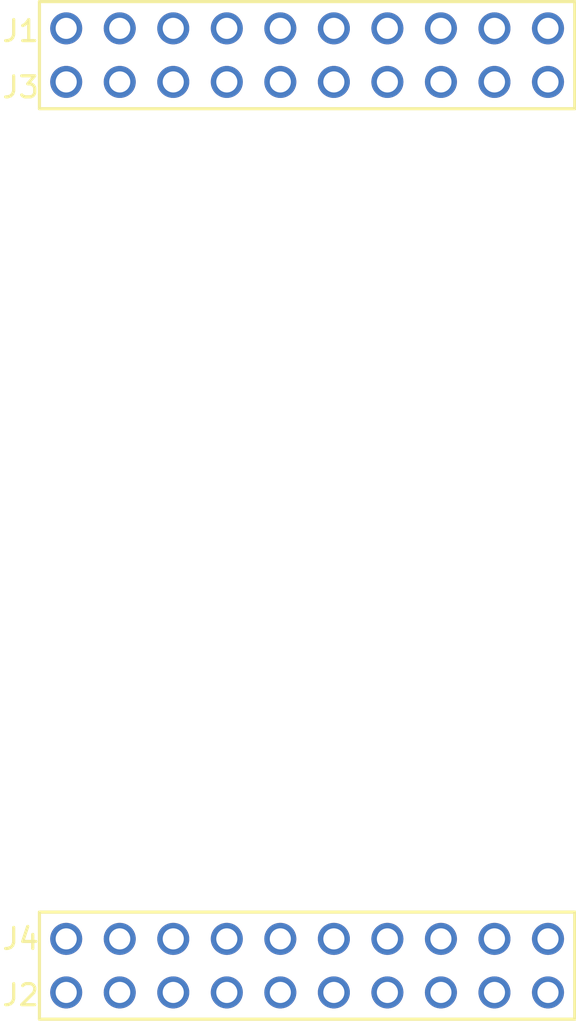
<source format=kicad_pcb>
(kicad_pcb (version 4) (host pcbnew 4.0.7)

  (general
    (links 3)
    (no_connects 3)
    (area 0 0 0 0)
    (thickness 1.6)
    (drawings 0)
    (tracks 0)
    (zones 0)
    (modules 1)
    (nets 38)
  )

  (page A4)
  (layers
    (0 F.Cu signal)
    (31 B.Cu signal)
    (32 B.Adhes user)
    (33 F.Adhes user)
    (34 B.Paste user)
    (35 F.Paste user)
    (36 B.SilkS user)
    (37 F.SilkS user)
    (38 B.Mask user)
    (39 F.Mask user)
    (40 Dwgs.User user)
    (41 Cmts.User user)
    (42 Eco1.User user)
    (43 Eco2.User user)
    (44 Edge.Cuts user)
    (45 Margin user)
    (46 B.CrtYd user)
    (47 F.CrtYd user)
    (48 B.Fab user)
    (49 F.Fab user)
  )

  (setup
    (last_trace_width 0.25)
    (trace_clearance 0.2)
    (zone_clearance 0.508)
    (zone_45_only no)
    (trace_min 0.2)
    (segment_width 0.2)
    (edge_width 0.15)
    (via_size 0.6)
    (via_drill 0.4)
    (via_min_size 0.4)
    (via_min_drill 0.3)
    (uvia_size 0.3)
    (uvia_drill 0.1)
    (uvias_allowed no)
    (uvia_min_size 0.2)
    (uvia_min_drill 0.1)
    (pcb_text_width 0.3)
    (pcb_text_size 1.5 1.5)
    (mod_edge_width 0.15)
    (mod_text_size 1 1)
    (mod_text_width 0.15)
    (pad_size 1.524 1.524)
    (pad_drill 0.762)
    (pad_to_mask_clearance 0.2)
    (aux_axis_origin 0 0)
    (visible_elements FFFFFF7F)
    (pcbplotparams
      (layerselection 0x00030_80000001)
      (usegerberextensions false)
      (excludeedgelayer true)
      (linewidth 0.100000)
      (plotframeref false)
      (viasonmask false)
      (mode 1)
      (useauxorigin false)
      (hpglpennumber 1)
      (hpglpenspeed 20)
      (hpglpendiameter 15)
      (hpglpenoverlay 2)
      (psnegative false)
      (psa4output false)
      (plotreference true)
      (plotvalue true)
      (plotinvisibletext false)
      (padsonsilk false)
      (subtractmaskfromsilk false)
      (outputformat 1)
      (mirror false)
      (drillshape 1)
      (scaleselection 1)
      (outputdirectory ""))
  )

  (net 0 "")
  (net 1 VCC)
  (net 2 "Net-(U3-PadP_55)")
  (net 3 DC_CAL)
  (net 4 "Net-(U3-PadP_16)")
  (net 5 "Net-(U3-PadA_A2)")
  (net 6 "Net-(U3-PadP_17)")
  (net 7 EN_GATE)
  (net 8 "Net-(U3-PadP_18)")
  (net 9 "Net-(U3-PadA_A1)")
  (net 10 "Net-(U3-PadRese)")
  (net 11 "Net-(U3-PadNC)")
  (net 12 NFAULT)
  (net 13 SO1)
  (net 14 "Net-(U3-PadA_B2)")
  (net 15 "Net-(U3-Pad+5V)")
  (net 16 GND)
  (net 17 "Net-(U3-PadA_A7)")
  (net 18 "Net-(U3-PadA_B1)")
  (net 19 SO2)
  (net 20 "Net-(U3-PadA_A6)")
  (net 21 "Net-(U3-PadP_28)")
  (net 22 "Net-(U3-PadP_29)")
  (net 23 "Net-(U3-PadP_12)")
  (net 24 "Net-(U3-PadA_B6)")
  (net 25 "Net-(U3-PadP_22)")
  (net 26 NOCTW)
  (net 27 INH_A)
  (net 28 INL_A)
  (net 29 "Net-(U3-PadP_2)")
  (net 30 INL_B)
  (net 31 INH_C)
  (net 32 INL_C)
  (net 33 DE)
  (net 34 "Net-(U3-PadDAC1)")
  (net 35 PWM_IN)
  (net 36 "Net-(U3-PadP_19)")
  (net 37 "Net-(U3-PadP_44)")

  (net_class Default "This is the default net class."
    (clearance 0.2)
    (trace_width 0.25)
    (via_dia 0.6)
    (via_drill 0.4)
    (uvia_dia 0.3)
    (uvia_drill 0.1)
    (add_net DC_CAL)
    (add_net DE)
    (add_net EN_GATE)
    (add_net GND)
    (add_net INH_A)
    (add_net INH_C)
    (add_net INL_A)
    (add_net INL_B)
    (add_net INL_C)
    (add_net NFAULT)
    (add_net NOCTW)
    (add_net "Net-(U3-Pad+5V)")
    (add_net "Net-(U3-PadA_A1)")
    (add_net "Net-(U3-PadA_A2)")
    (add_net "Net-(U3-PadA_A6)")
    (add_net "Net-(U3-PadA_A7)")
    (add_net "Net-(U3-PadA_B1)")
    (add_net "Net-(U3-PadA_B2)")
    (add_net "Net-(U3-PadA_B6)")
    (add_net "Net-(U3-PadDAC1)")
    (add_net "Net-(U3-PadNC)")
    (add_net "Net-(U3-PadP_12)")
    (add_net "Net-(U3-PadP_16)")
    (add_net "Net-(U3-PadP_17)")
    (add_net "Net-(U3-PadP_18)")
    (add_net "Net-(U3-PadP_19)")
    (add_net "Net-(U3-PadP_2)")
    (add_net "Net-(U3-PadP_22)")
    (add_net "Net-(U3-PadP_28)")
    (add_net "Net-(U3-PadP_29)")
    (add_net "Net-(U3-PadP_44)")
    (add_net "Net-(U3-PadP_55)")
    (add_net "Net-(U3-PadRese)")
    (add_net PWM_IN)
    (add_net SO1)
    (add_net SO2)
    (add_net VCC)
  )

  (module MRDT_Shields:LAUNCHXL-F28069M_Launchpad_Programmer_Side (layer F.Cu) (tedit 5A9C80CB) (tstamp 5AA58174)
    (at 148.5011 105.0036)
    (path /5AA590A4)
    (fp_text reference U3 (at 2.54 -41.91) (layer F.SilkS) hide
      (effects (font (size 1 1) (thickness 0.15)))
    )
    (fp_text value LAUNCHXL-F28069M_Launchpad_J1 (at 12.7 -49.276) (layer F.Fab) hide
      (effects (font (size 1 1) (thickness 0.15)))
    )
    (fp_text user J4 (at -0.889 -3.81) (layer F.SilkS)
      (effects (font (size 1 1) (thickness 0.15)))
    )
    (fp_text user J2 (at -0.889 -1.143) (layer F.SilkS)
      (effects (font (size 1 1) (thickness 0.15)))
    )
    (fp_text user J3 (at -0.889 -44.196) (layer F.SilkS)
      (effects (font (size 1 1) (thickness 0.15)))
    )
    (fp_text user J1 (at -0.889 -46.863) (layer F.SilkS)
      (effects (font (size 1 1) (thickness 0.15)))
    )
    (fp_line (start 0 -43.18) (end 25.4 -43.18) (layer F.SilkS) (width 0.15))
    (fp_line (start 25.4 -5.08) (end 0 -5.08) (layer F.SilkS) (width 0.15))
    (fp_line (start 0 -48.26) (end 0 -43.18) (layer F.SilkS) (width 0.15))
    (fp_line (start 25.4 -43.18) (end 25.4 -48.26) (layer F.SilkS) (width 0.15))
    (fp_line (start 25.4 -48.26) (end 0 -48.26) (layer F.SilkS) (width 0.15))
    (fp_line (start 0 -5.08) (end 0 0) (layer F.SilkS) (width 0.15))
    (fp_line (start 0 0) (end 25.4 0) (layer F.SilkS) (width 0.15))
    (fp_line (start 25.4 0) (end 25.4 -5.08) (layer F.SilkS) (width 0.15))
    (pad +3V3 thru_hole circle (at 24.13 -46.99) (size 1.52 1.52) (drill 1) (layers *.Cu *.Mask F.Paste)
      (net 1 VCC))
    (pad P_55 thru_hole circle (at 1.27 -1.27) (size 1.52 1.52) (drill 1) (layers *.Cu *.Mask F.Paste)
      (net 2 "Net-(U3-PadP_55)"))
    (pad P_51 thru_hole circle (at 3.81 -1.27) (size 1.52 1.52) (drill 1) (layers *.Cu *.Mask F.Paste)
      (net 3 DC_CAL))
    (pad P_16 thru_hole circle (at 11.43 -1.27) (size 1.52 1.52) (drill 1) (layers *.Cu *.Mask F.Paste)
      (net 4 "Net-(U3-PadP_16)"))
    (pad A_A2 thru_hole circle (at 13.97 -44.45) (size 1.52 1.52) (drill 1) (layers *.Cu *.Mask F.Paste)
      (net 5 "Net-(U3-PadA_A2)"))
    (pad P_17 thru_hole circle (at 8.89 -1.27) (size 1.52 1.52) (drill 1) (layers *.Cu *.Mask F.Paste)
      (net 6 "Net-(U3-PadP_17)"))
    (pad P_50 thru_hole circle (at 6.35 -1.27) (size 1.52 1.52) (drill 1) (layers *.Cu *.Mask F.Paste)
      (net 7 EN_GATE))
    (pad P_18 thru_hole circle (at 8.89 -46.99) (size 1.52 1.52) (drill 1) (layers *.Cu *.Mask F.Paste)
      (net 8 "Net-(U3-PadP_18)"))
    (pad A_A1 thru_hole circle (at 3.81 -44.45) (size 1.52 1.52) (drill 1) (layers *.Cu *.Mask F.Paste)
      (net 9 "Net-(U3-PadA_A1)"))
    (pad Rese thru_hole circle (at 13.97 -1.27) (size 1.52 1.52) (drill 1) (layers *.Cu *.Mask F.Paste)
      (net 10 "Net-(U3-PadRese)"))
    (pad NC thru_hole circle (at 16.51 -1.27) (size 1.52 1.52) (drill 1) (layers *.Cu *.Mask F.Paste)
      (net 11 "Net-(U3-PadNC)"))
    (pad P_33 thru_hole circle (at 3.81 -46.99) (size 1.52 1.52) (drill 1) (layers *.Cu *.Mask F.Paste)
      (net 12 NFAULT))
    (pad A_A0 thru_hole circle (at 8.89 -44.45) (size 1.52 1.52) (drill 1) (layers *.Cu *.Mask F.Paste)
      (net 13 SO1))
    (pad A_B2 thru_hole circle (at 11.43 -44.45) (size 1.52 1.52) (drill 1) (layers *.Cu *.Mask F.Paste)
      (net 14 "Net-(U3-PadA_B2)"))
    (pad +5V thru_hole circle (at 24.13 -44.45) (size 1.52 1.52) (drill 1) (layers *.Cu *.Mask F.Paste)
      (net 15 "Net-(U3-Pad+5V)"))
    (pad GND thru_hole circle (at 21.59 -44.45) (size 1.52 1.52) (drill 1) (layers *.Cu *.Mask F.Paste)
      (net 16 GND))
    (pad A_A7 thru_hole circle (at 19.05 -44.45) (size 1.52 1.52) (drill 1) (layers *.Cu *.Mask F.Paste)
      (net 17 "Net-(U3-PadA_A7)"))
    (pad A_B1 thru_hole circle (at 16.51 -44.45) (size 1.52 1.52) (drill 1) (layers *.Cu *.Mask F.Paste)
      (net 18 "Net-(U3-PadA_B1)"))
    (pad A_B0 thru_hole circle (at 6.35 -44.45) (size 1.52 1.52) (drill 1) (layers *.Cu *.Mask F.Paste)
      (net 19 SO2))
    (pad NC thru_hole circle (at 1.27 -44.45) (size 1.52 1.52) (drill 1) (layers *.Cu *.Mask F.Paste)
      (net 11 "Net-(U3-PadNC)"))
    (pad A_A6 thru_hole circle (at 21.59 -46.99) (size 1.52 1.52) (drill 1) (layers *.Cu *.Mask F.Paste)
      (net 20 "Net-(U3-PadA_A6)"))
    (pad P_28 thru_hole circle (at 19.05 -46.99) (size 1.52 1.52) (drill 1) (layers *.Cu *.Mask F.Paste)
      (net 21 "Net-(U3-PadP_28)"))
    (pad P_29 thru_hole circle (at 16.51 -46.99) (size 1.52 1.52) (drill 1) (layers *.Cu *.Mask F.Paste)
      (net 22 "Net-(U3-PadP_29)"))
    (pad P_12 thru_hole circle (at 13.97 -46.99) (size 1.52 1.52) (drill 1) (layers *.Cu *.Mask F.Paste)
      (net 23 "Net-(U3-PadP_12)"))
    (pad A_B6 thru_hole circle (at 11.43 -46.99) (size 1.52 1.52) (drill 1) (layers *.Cu *.Mask F.Paste)
      (net 24 "Net-(U3-PadA_B6)"))
    (pad P_22 thru_hole circle (at 6.35 -46.99) (size 1.52 1.52) (drill 1) (layers *.Cu *.Mask F.Paste)
      (net 25 "Net-(U3-PadP_22)"))
    (pad P_32 thru_hole circle (at 1.27 -46.99) (size 1.52 1.52) (drill 1) (layers *.Cu *.Mask F.Paste)
      (net 26 NOCTW))
    (pad P_0 thru_hole circle (at 24.13 -3.81) (size 1.52 1.52) (drill 1) (layers *.Cu *.Mask F.Paste)
      (net 27 INH_A))
    (pad P_1 thru_hole circle (at 21.59 -3.81) (size 1.52 1.52) (drill 1) (layers *.Cu *.Mask F.Paste)
      (net 28 INL_A))
    (pad P_2 thru_hole circle (at 19.05 -3.81) (size 1.52 1.52) (drill 1) (layers *.Cu *.Mask F.Paste)
      (net 29 "Net-(U3-PadP_2)"))
    (pad P_3 thru_hole circle (at 16.51 -3.81) (size 1.52 1.52) (drill 1) (layers *.Cu *.Mask F.Paste)
      (net 30 INL_B))
    (pad P_4 thru_hole circle (at 13.97 -3.81) (size 1.52 1.52) (drill 1) (layers *.Cu *.Mask F.Paste)
      (net 31 INH_C))
    (pad P_5 thru_hole circle (at 11.43 -3.81) (size 1.52 1.52) (drill 1) (layers *.Cu *.Mask F.Paste)
      (net 32 INL_C))
    (pad P_13 thru_hole circle (at 8.89 -3.81) (size 1.52 1.52) (drill 1) (layers *.Cu *.Mask F.Paste)
      (net 33 DE))
    (pad NC thru_hole circle (at 6.35 -3.81) (size 1.52 1.52) (drill 1) (layers *.Cu *.Mask F.Paste)
      (net 11 "Net-(U3-PadNC)"))
    (pad DAC1 thru_hole circle (at 3.81 -3.81) (size 1.52 1.52) (drill 1) (layers *.Cu *.Mask F.Paste)
      (net 34 "Net-(U3-PadDAC1)"))
    (pad DAC2 thru_hole circle (at 1.27 -3.81) (size 1.52 1.52) (drill 1) (layers *.Cu *.Mask F.Paste)
      (net 35 PWM_IN))
    (pad GND thru_hole circle (at 24.13 -1.27) (size 1.52 1.52) (drill 1) (layers *.Cu *.Mask F.Paste)
      (net 16 GND))
    (pad P_19 thru_hole circle (at 21.59 -1.27) (size 1.52 1.52) (drill 1) (layers *.Cu *.Mask F.Paste)
      (net 36 "Net-(U3-PadP_19)"))
    (pad P_44 thru_hole circle (at 19.05 -1.27) (size 1.52 1.52) (drill 1) (layers *.Cu *.Mask F.Paste)
      (net 37 "Net-(U3-PadP_44)"))
  )

)

</source>
